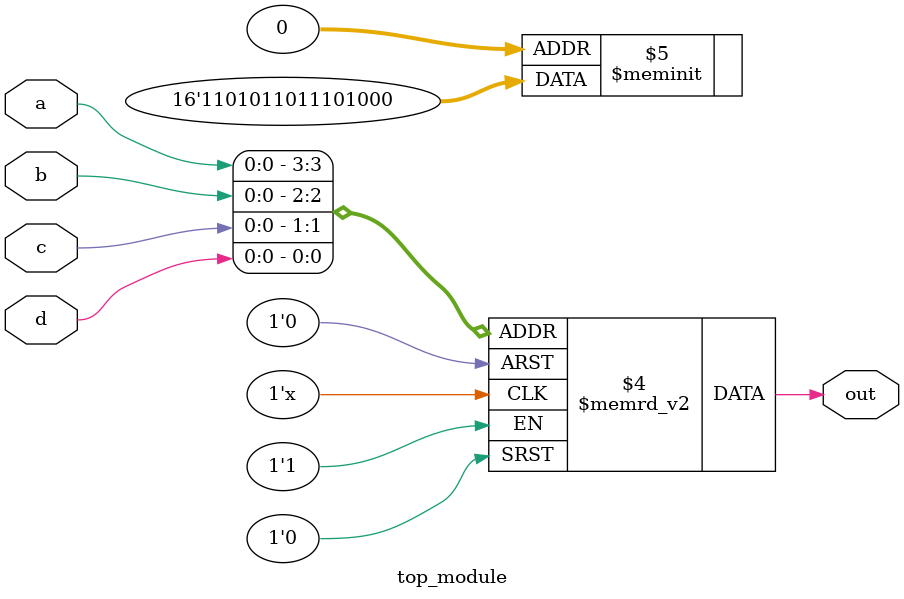
<source format=sv>
module top_module (
    input a, 
    input b,
    input c,
    input d,
    output reg out
);

    always @(*) begin
        case ({a, b, c, d})
            4'b0000: out = 0;
            4'b0001: out = 0;
            4'b0010: out = 0;
            4'b0011: out = 1; // fix: corrected based on expected combinations
            4'b0100: out = 0;
            4'b0101: out = 1; // fix: corrected based on expected combinations
            4'b0110: out = 1; // fix: corrected based on expected combinations
            4'b0111: out = 1;
            4'b1000: out = 0;
            4'b1001: out = 1; // fix: corrected based on expected combinations
            4'b1010: out = 1; // fix: corrected based on expected combinations
            4'b1011: out = 0; // fix: corrected based on expected combinations
            4'b1100: out = 1; // fix: corrected based on expected combinations
            4'b1101: out = 0; // fix: corrected based on expected combinations
            4'b1110: out = 1;
            4'b1111: out = 1;
            default: out = 0; 
        endcase
    end
endmodule

</source>
